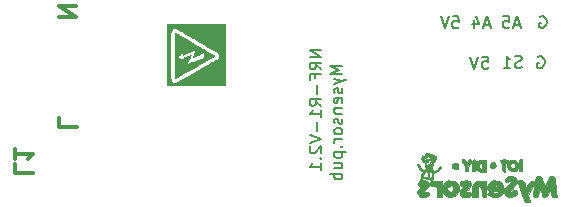
<source format=gbr>
G04 #@! TF.GenerationSoftware,KiCad,Pcbnew,(5.0.2)-1*
G04 #@! TF.CreationDate,2019-05-25T20:07:42+08:00*
G04 #@! TF.ProjectId,1RELAY,3152454c-4159-42e6-9b69-6361645f7063,rev?*
G04 #@! TF.SameCoordinates,Original*
G04 #@! TF.FileFunction,Legend,Bot*
G04 #@! TF.FilePolarity,Positive*
%FSLAX46Y46*%
G04 Gerber Fmt 4.6, Leading zero omitted, Abs format (unit mm)*
G04 Created by KiCad (PCBNEW (5.0.2)-1) date 2019-05-25 20:07:42*
%MOMM*%
%LPD*%
G01*
G04 APERTURE LIST*
%ADD10C,0.200000*%
%ADD11C,0.300000*%
%ADD12C,0.010000*%
G04 APERTURE END LIST*
D10*
X177164715Y-102260780D02*
X177259953Y-102213160D01*
X177402810Y-102213160D01*
X177545667Y-102260780D01*
X177640905Y-102356018D01*
X177688524Y-102451256D01*
X177736143Y-102641732D01*
X177736143Y-102784589D01*
X177688524Y-102975065D01*
X177640905Y-103070303D01*
X177545667Y-103165541D01*
X177402810Y-103213160D01*
X177307572Y-103213160D01*
X177164715Y-103165541D01*
X177117096Y-103117922D01*
X177117096Y-102784589D01*
X177307572Y-102784589D01*
X169804056Y-102228400D02*
X170280246Y-102228400D01*
X170327865Y-102704591D01*
X170280246Y-102656972D01*
X170185008Y-102609353D01*
X169946913Y-102609353D01*
X169851675Y-102656972D01*
X169804056Y-102704591D01*
X169756437Y-102799829D01*
X169756437Y-103037924D01*
X169804056Y-103133162D01*
X169851675Y-103180781D01*
X169946913Y-103228400D01*
X170185008Y-103228400D01*
X170280246Y-103180781D01*
X170327865Y-103133162D01*
X169470722Y-102228400D02*
X169137389Y-103228400D01*
X168804056Y-102228400D01*
X172898345Y-102917286D02*
X172422155Y-102917286D01*
X172993583Y-103203000D02*
X172660250Y-102203000D01*
X172326917Y-103203000D01*
X171565012Y-102536334D02*
X171565012Y-103203000D01*
X171803107Y-102155381D02*
X172041202Y-102869667D01*
X171422155Y-102869667D01*
X175456125Y-102917286D02*
X174979935Y-102917286D01*
X175551363Y-103203000D02*
X175218030Y-102203000D01*
X174884697Y-103203000D01*
X174075173Y-102203000D02*
X174551363Y-102203000D01*
X174598982Y-102679191D01*
X174551363Y-102631572D01*
X174456125Y-102583953D01*
X174218030Y-102583953D01*
X174122792Y-102631572D01*
X174075173Y-102679191D01*
X174027554Y-102774429D01*
X174027554Y-103012524D01*
X174075173Y-103107762D01*
X174122792Y-103155381D01*
X174218030Y-103203000D01*
X174456125Y-103203000D01*
X174551363Y-103155381D01*
X174598982Y-103107762D01*
X172278016Y-105652320D02*
X172754206Y-105652320D01*
X172801825Y-106128511D01*
X172754206Y-106080892D01*
X172658968Y-106033273D01*
X172420873Y-106033273D01*
X172325635Y-106080892D01*
X172278016Y-106128511D01*
X172230397Y-106223749D01*
X172230397Y-106461844D01*
X172278016Y-106557082D01*
X172325635Y-106604701D01*
X172420873Y-106652320D01*
X172658968Y-106652320D01*
X172754206Y-106604701D01*
X172801825Y-106557082D01*
X171944682Y-105652320D02*
X171611349Y-106652320D01*
X171278016Y-105652320D01*
X175618044Y-106523421D02*
X175475187Y-106571040D01*
X175237092Y-106571040D01*
X175141854Y-106523421D01*
X175094235Y-106475802D01*
X175046616Y-106380564D01*
X175046616Y-106285326D01*
X175094235Y-106190088D01*
X175141854Y-106142469D01*
X175237092Y-106094850D01*
X175427568Y-106047231D01*
X175522806Y-105999612D01*
X175570425Y-105951993D01*
X175618044Y-105856755D01*
X175618044Y-105761517D01*
X175570425Y-105666279D01*
X175522806Y-105618660D01*
X175427568Y-105571040D01*
X175189473Y-105571040D01*
X175046616Y-105618660D01*
X174094235Y-106571040D02*
X174665663Y-106571040D01*
X174379949Y-106571040D02*
X174379949Y-105571040D01*
X174475187Y-105713898D01*
X174570425Y-105809136D01*
X174665663Y-105856755D01*
X176994535Y-105659300D02*
X177089773Y-105611680D01*
X177232630Y-105611680D01*
X177375487Y-105659300D01*
X177470725Y-105754538D01*
X177518344Y-105849776D01*
X177565963Y-106040252D01*
X177565963Y-106183109D01*
X177518344Y-106373585D01*
X177470725Y-106468823D01*
X177375487Y-106564061D01*
X177232630Y-106611680D01*
X177137392Y-106611680D01*
X176994535Y-106564061D01*
X176946916Y-106516442D01*
X176946916Y-106183109D01*
X177137392Y-106183109D01*
X158671520Y-105102020D02*
X157671520Y-105102020D01*
X158671520Y-105673449D01*
X157671520Y-105673449D01*
X158671520Y-106721068D02*
X158195330Y-106387735D01*
X158671520Y-106149640D02*
X157671520Y-106149640D01*
X157671520Y-106530592D01*
X157719140Y-106625830D01*
X157766759Y-106673449D01*
X157861997Y-106721068D01*
X158004854Y-106721068D01*
X158100092Y-106673449D01*
X158147711Y-106625830D01*
X158195330Y-106530592D01*
X158195330Y-106149640D01*
X158147711Y-107482973D02*
X158147711Y-107149640D01*
X158671520Y-107149640D02*
X157671520Y-107149640D01*
X157671520Y-107625830D01*
X158290568Y-108006782D02*
X158290568Y-108768687D01*
X158671520Y-109816306D02*
X158195330Y-109482973D01*
X158671520Y-109244878D02*
X157671520Y-109244878D01*
X157671520Y-109625830D01*
X157719140Y-109721068D01*
X157766759Y-109768687D01*
X157861997Y-109816306D01*
X158004854Y-109816306D01*
X158100092Y-109768687D01*
X158147711Y-109721068D01*
X158195330Y-109625830D01*
X158195330Y-109244878D01*
X158671520Y-110768687D02*
X158671520Y-110197259D01*
X158671520Y-110482973D02*
X157671520Y-110482973D01*
X157814378Y-110387735D01*
X157909616Y-110292497D01*
X157957235Y-110197259D01*
X158290568Y-111197259D02*
X158290568Y-111959163D01*
X157671520Y-112292497D02*
X158671520Y-112625830D01*
X157671520Y-112959163D01*
X157766759Y-113244878D02*
X157719140Y-113292497D01*
X157671520Y-113387735D01*
X157671520Y-113625830D01*
X157719140Y-113721068D01*
X157766759Y-113768687D01*
X157861997Y-113816306D01*
X157957235Y-113816306D01*
X158100092Y-113768687D01*
X158671520Y-113197259D01*
X158671520Y-113816306D01*
X158576282Y-114244878D02*
X158623901Y-114292497D01*
X158671520Y-114244878D01*
X158623901Y-114197259D01*
X158576282Y-114244878D01*
X158671520Y-114244878D01*
X158671520Y-115244878D02*
X158671520Y-114673449D01*
X158671520Y-114959163D02*
X157671520Y-114959163D01*
X157814378Y-114863925D01*
X157909616Y-114768687D01*
X157957235Y-114673449D01*
X160436820Y-106451995D02*
X159436820Y-106451995D01*
X160151106Y-106785328D01*
X159436820Y-107118661D01*
X160436820Y-107118661D01*
X159770154Y-107499614D02*
X160436820Y-107737709D01*
X159770154Y-107975804D02*
X160436820Y-107737709D01*
X160674916Y-107642471D01*
X160722535Y-107594852D01*
X160770154Y-107499614D01*
X160389201Y-108309138D02*
X160436820Y-108404376D01*
X160436820Y-108594852D01*
X160389201Y-108690090D01*
X160293963Y-108737709D01*
X160246344Y-108737709D01*
X160151106Y-108690090D01*
X160103487Y-108594852D01*
X160103487Y-108451995D01*
X160055868Y-108356757D01*
X159960630Y-108309138D01*
X159913011Y-108309138D01*
X159817773Y-108356757D01*
X159770154Y-108451995D01*
X159770154Y-108594852D01*
X159817773Y-108690090D01*
X160389201Y-109547233D02*
X160436820Y-109451995D01*
X160436820Y-109261519D01*
X160389201Y-109166280D01*
X160293963Y-109118661D01*
X159913011Y-109118661D01*
X159817773Y-109166280D01*
X159770154Y-109261519D01*
X159770154Y-109451995D01*
X159817773Y-109547233D01*
X159913011Y-109594852D01*
X160008249Y-109594852D01*
X160103487Y-109118661D01*
X159770154Y-110023423D02*
X160436820Y-110023423D01*
X159865392Y-110023423D02*
X159817773Y-110071042D01*
X159770154Y-110166280D01*
X159770154Y-110309138D01*
X159817773Y-110404376D01*
X159913011Y-110451995D01*
X160436820Y-110451995D01*
X160389201Y-110880566D02*
X160436820Y-110975804D01*
X160436820Y-111166280D01*
X160389201Y-111261519D01*
X160293963Y-111309138D01*
X160246344Y-111309138D01*
X160151106Y-111261519D01*
X160103487Y-111166280D01*
X160103487Y-111023423D01*
X160055868Y-110928185D01*
X159960630Y-110880566D01*
X159913011Y-110880566D01*
X159817773Y-110928185D01*
X159770154Y-111023423D01*
X159770154Y-111166280D01*
X159817773Y-111261519D01*
X160436820Y-111880566D02*
X160389201Y-111785328D01*
X160341582Y-111737709D01*
X160246344Y-111690090D01*
X159960630Y-111690090D01*
X159865392Y-111737709D01*
X159817773Y-111785328D01*
X159770154Y-111880566D01*
X159770154Y-112023423D01*
X159817773Y-112118661D01*
X159865392Y-112166280D01*
X159960630Y-112213900D01*
X160246344Y-112213900D01*
X160341582Y-112166280D01*
X160389201Y-112118661D01*
X160436820Y-112023423D01*
X160436820Y-111880566D01*
X160436820Y-112642471D02*
X159770154Y-112642471D01*
X159960630Y-112642471D02*
X159865392Y-112690090D01*
X159817773Y-112737709D01*
X159770154Y-112832947D01*
X159770154Y-112928185D01*
X160341582Y-113261519D02*
X160389201Y-113309138D01*
X160436820Y-113261519D01*
X160389201Y-113213900D01*
X160341582Y-113261519D01*
X160436820Y-113261519D01*
X159770154Y-113737709D02*
X160770154Y-113737709D01*
X159817773Y-113737709D02*
X159770154Y-113832947D01*
X159770154Y-114023423D01*
X159817773Y-114118661D01*
X159865392Y-114166280D01*
X159960630Y-114213900D01*
X160246344Y-114213900D01*
X160341582Y-114166280D01*
X160389201Y-114118661D01*
X160436820Y-114023423D01*
X160436820Y-113832947D01*
X160389201Y-113737709D01*
X159770154Y-115071042D02*
X160436820Y-115071042D01*
X159770154Y-114642471D02*
X160293963Y-114642471D01*
X160389201Y-114690090D01*
X160436820Y-114785328D01*
X160436820Y-114928185D01*
X160389201Y-115023423D01*
X160341582Y-115071042D01*
X160436820Y-115547233D02*
X159436820Y-115547233D01*
X159817773Y-115547233D02*
X159770154Y-115642471D01*
X159770154Y-115832947D01*
X159817773Y-115928185D01*
X159865392Y-115975804D01*
X159960630Y-116023423D01*
X160246344Y-116023423D01*
X160341582Y-115975804D01*
X160389201Y-115928185D01*
X160436820Y-115832947D01*
X160436820Y-115642471D01*
X160389201Y-115547233D01*
D11*
X137937631Y-101387328D02*
X136437631Y-101387328D01*
X137937631Y-102244471D01*
X136437631Y-102244471D01*
X136496668Y-110871534D02*
X136496668Y-111585820D01*
X137996668Y-111585820D01*
X132762868Y-114763360D02*
X132762868Y-115477645D01*
X134262868Y-115477645D01*
X132762868Y-113477645D02*
X132762868Y-114334788D01*
X132762868Y-113906217D02*
X134262868Y-113906217D01*
X134048582Y-114049074D01*
X133905725Y-114191931D01*
X133834297Y-114334788D01*
D12*
G04 #@! TO.C,G\002A\002A\002A*
G36*
X145595340Y-102847140D02*
X145595340Y-108028740D01*
X146242234Y-108028740D01*
X146242234Y-107874749D01*
X146166155Y-107869208D01*
X146107430Y-107852983D01*
X146104199Y-107851385D01*
X146046323Y-107808789D01*
X145988191Y-107745287D01*
X145939025Y-107672488D01*
X145909216Y-107605926D01*
X145905137Y-107575680D01*
X145901380Y-107514195D01*
X145897944Y-107424097D01*
X145894830Y-107308012D01*
X145892040Y-107168567D01*
X145889573Y-107008387D01*
X145887431Y-106830099D01*
X145885613Y-106636330D01*
X145884122Y-106429704D01*
X145882956Y-106212848D01*
X145882117Y-105988388D01*
X145881605Y-105758951D01*
X145881422Y-105527163D01*
X145881567Y-105295649D01*
X145882042Y-105067037D01*
X145882847Y-104843951D01*
X145883982Y-104629019D01*
X145885449Y-104424866D01*
X145887247Y-104234118D01*
X145889378Y-104059402D01*
X145891842Y-103903344D01*
X145894640Y-103768570D01*
X145897772Y-103657706D01*
X145901240Y-103573378D01*
X145905043Y-103518212D01*
X145908226Y-103497174D01*
X145941647Y-103420561D01*
X145992310Y-103346007D01*
X146051963Y-103283686D01*
X146112356Y-103243773D01*
X146114469Y-103242870D01*
X146191401Y-103223944D01*
X146280932Y-103221595D01*
X146365998Y-103236060D01*
X146375980Y-103239235D01*
X146402495Y-103251698D01*
X146454939Y-103279390D01*
X146529999Y-103320458D01*
X146624362Y-103373047D01*
X146734715Y-103435302D01*
X146857746Y-103505371D01*
X146990141Y-103581398D01*
X147077007Y-103631601D01*
X147223794Y-103716643D01*
X147371759Y-103802366D01*
X147516095Y-103885984D01*
X147651998Y-103964714D01*
X147774660Y-104035772D01*
X147879277Y-104096373D01*
X147961044Y-104143735D01*
X147982940Y-104156417D01*
X148262395Y-104318305D01*
X148513916Y-104464097D01*
X148738906Y-104594616D01*
X148938769Y-104710685D01*
X149114909Y-104813128D01*
X149268728Y-104902768D01*
X149401630Y-104980428D01*
X149515019Y-105046931D01*
X149610298Y-105103102D01*
X149688871Y-105149763D01*
X149752140Y-105187738D01*
X149801510Y-105217849D01*
X149838383Y-105240921D01*
X149864163Y-105257776D01*
X149880253Y-105269239D01*
X149881600Y-105270291D01*
X149935437Y-105326428D01*
X149982600Y-105399544D01*
X150016700Y-105477484D01*
X150031354Y-105548096D01*
X150031502Y-105555565D01*
X150015108Y-105644709D01*
X149969890Y-105734709D01*
X149900183Y-105819542D01*
X149810324Y-105893183D01*
X149771033Y-105917410D01*
X149747294Y-105930994D01*
X149696193Y-105960364D01*
X149619702Y-106004385D01*
X149519796Y-106061918D01*
X149398446Y-106131827D01*
X149257626Y-106212976D01*
X149099307Y-106304226D01*
X148925464Y-106404442D01*
X148738069Y-106512485D01*
X148539095Y-106627220D01*
X148330515Y-106747508D01*
X148114301Y-106872214D01*
X148076074Y-106894263D01*
X147859049Y-107019333D01*
X147649468Y-107139892D01*
X147449287Y-107254828D01*
X147260461Y-107363027D01*
X147084945Y-107463376D01*
X146924693Y-107554763D01*
X146781661Y-107636075D01*
X146657803Y-107706199D01*
X146555075Y-107764022D01*
X146475430Y-107808431D01*
X146420825Y-107838313D01*
X146393214Y-107852556D01*
X146391207Y-107853393D01*
X146321855Y-107869509D01*
X146242234Y-107874749D01*
X146242234Y-108028740D01*
X150472140Y-108028740D01*
X150472140Y-102847140D01*
X145595340Y-102847140D01*
X145595340Y-102847140D01*
G37*
X145595340Y-102847140D02*
X145595340Y-108028740D01*
X146242234Y-108028740D01*
X146242234Y-107874749D01*
X146166155Y-107869208D01*
X146107430Y-107852983D01*
X146104199Y-107851385D01*
X146046323Y-107808789D01*
X145988191Y-107745287D01*
X145939025Y-107672488D01*
X145909216Y-107605926D01*
X145905137Y-107575680D01*
X145901380Y-107514195D01*
X145897944Y-107424097D01*
X145894830Y-107308012D01*
X145892040Y-107168567D01*
X145889573Y-107008387D01*
X145887431Y-106830099D01*
X145885613Y-106636330D01*
X145884122Y-106429704D01*
X145882956Y-106212848D01*
X145882117Y-105988388D01*
X145881605Y-105758951D01*
X145881422Y-105527163D01*
X145881567Y-105295649D01*
X145882042Y-105067037D01*
X145882847Y-104843951D01*
X145883982Y-104629019D01*
X145885449Y-104424866D01*
X145887247Y-104234118D01*
X145889378Y-104059402D01*
X145891842Y-103903344D01*
X145894640Y-103768570D01*
X145897772Y-103657706D01*
X145901240Y-103573378D01*
X145905043Y-103518212D01*
X145908226Y-103497174D01*
X145941647Y-103420561D01*
X145992310Y-103346007D01*
X146051963Y-103283686D01*
X146112356Y-103243773D01*
X146114469Y-103242870D01*
X146191401Y-103223944D01*
X146280932Y-103221595D01*
X146365998Y-103236060D01*
X146375980Y-103239235D01*
X146402495Y-103251698D01*
X146454939Y-103279390D01*
X146529999Y-103320458D01*
X146624362Y-103373047D01*
X146734715Y-103435302D01*
X146857746Y-103505371D01*
X146990141Y-103581398D01*
X147077007Y-103631601D01*
X147223794Y-103716643D01*
X147371759Y-103802366D01*
X147516095Y-103885984D01*
X147651998Y-103964714D01*
X147774660Y-104035772D01*
X147879277Y-104096373D01*
X147961044Y-104143735D01*
X147982940Y-104156417D01*
X148262395Y-104318305D01*
X148513916Y-104464097D01*
X148738906Y-104594616D01*
X148938769Y-104710685D01*
X149114909Y-104813128D01*
X149268728Y-104902768D01*
X149401630Y-104980428D01*
X149515019Y-105046931D01*
X149610298Y-105103102D01*
X149688871Y-105149763D01*
X149752140Y-105187738D01*
X149801510Y-105217849D01*
X149838383Y-105240921D01*
X149864163Y-105257776D01*
X149880253Y-105269239D01*
X149881600Y-105270291D01*
X149935437Y-105326428D01*
X149982600Y-105399544D01*
X150016700Y-105477484D01*
X150031354Y-105548096D01*
X150031502Y-105555565D01*
X150015108Y-105644709D01*
X149969890Y-105734709D01*
X149900183Y-105819542D01*
X149810324Y-105893183D01*
X149771033Y-105917410D01*
X149747294Y-105930994D01*
X149696193Y-105960364D01*
X149619702Y-106004385D01*
X149519796Y-106061918D01*
X149398446Y-106131827D01*
X149257626Y-106212976D01*
X149099307Y-106304226D01*
X148925464Y-106404442D01*
X148738069Y-106512485D01*
X148539095Y-106627220D01*
X148330515Y-106747508D01*
X148114301Y-106872214D01*
X148076074Y-106894263D01*
X147859049Y-107019333D01*
X147649468Y-107139892D01*
X147449287Y-107254828D01*
X147260461Y-107363027D01*
X147084945Y-107463376D01*
X146924693Y-107554763D01*
X146781661Y-107636075D01*
X146657803Y-107706199D01*
X146555075Y-107764022D01*
X146475430Y-107808431D01*
X146420825Y-107838313D01*
X146393214Y-107852556D01*
X146391207Y-107853393D01*
X146321855Y-107869509D01*
X146242234Y-107874749D01*
X146242234Y-108028740D01*
X150472140Y-108028740D01*
X150472140Y-102847140D01*
X145595340Y-102847140D01*
G36*
X149572398Y-105551975D02*
X149564039Y-105544148D01*
X149547303Y-105531983D01*
X149519892Y-105514102D01*
X149479511Y-105489128D01*
X149423865Y-105455681D01*
X149350657Y-105412384D01*
X149257592Y-105357860D01*
X149142374Y-105290728D01*
X149002707Y-105209613D01*
X148836295Y-105113135D01*
X148812674Y-105099449D01*
X148694561Y-105030999D01*
X148576442Y-104962518D01*
X148464306Y-104897477D01*
X148364141Y-104839352D01*
X148281934Y-104791615D01*
X148228474Y-104760536D01*
X148167888Y-104725353D01*
X148083847Y-104676660D01*
X147982238Y-104617860D01*
X147868946Y-104552358D01*
X147749857Y-104483558D01*
X147635807Y-104417722D01*
X147496175Y-104337093D01*
X147337891Y-104245594D01*
X147171582Y-104149374D01*
X147007875Y-104054583D01*
X146857398Y-103967371D01*
X146789141Y-103927774D01*
X146678870Y-103863846D01*
X146576645Y-103804708D01*
X146486560Y-103752720D01*
X146412709Y-103710240D01*
X146359188Y-103679628D01*
X146330090Y-103663241D01*
X146327707Y-103661955D01*
X146289607Y-103641816D01*
X146289607Y-105547411D01*
X146289674Y-105798388D01*
X146289868Y-106039702D01*
X146290180Y-106269216D01*
X146290603Y-106484793D01*
X146291128Y-106684295D01*
X146291745Y-106865586D01*
X146292447Y-107026529D01*
X146293225Y-107164987D01*
X146294070Y-107278822D01*
X146294974Y-107365898D01*
X146295928Y-107424078D01*
X146296924Y-107451223D01*
X146297256Y-107453007D01*
X146313886Y-107444961D01*
X146354171Y-107422900D01*
X146412547Y-107389937D01*
X146483455Y-107349186D01*
X146504689Y-107336867D01*
X146552748Y-107309027D01*
X146627270Y-107265987D01*
X146725355Y-107209418D01*
X146844100Y-107140991D01*
X146980604Y-107062376D01*
X147131965Y-106975246D01*
X147250444Y-106907070D01*
X147250444Y-106297775D01*
X147243835Y-106293420D01*
X147247275Y-106272802D01*
X147261825Y-106233438D01*
X147288550Y-106172849D01*
X147328512Y-106088551D01*
X147382774Y-105978063D01*
X147415444Y-105912533D01*
X147468080Y-105806607D01*
X147514907Y-105710964D01*
X147553997Y-105629658D01*
X147583424Y-105566740D01*
X147601259Y-105526263D01*
X147605775Y-105512330D01*
X147588811Y-105515755D01*
X147545795Y-105528726D01*
X147482523Y-105549270D01*
X147404790Y-105575415D01*
X147318392Y-105605187D01*
X147229125Y-105636614D01*
X147142784Y-105667722D01*
X147069667Y-105694836D01*
X147048323Y-105704374D01*
X147044368Y-105714962D01*
X147061061Y-105732361D01*
X147101660Y-105762331D01*
X147112000Y-105769677D01*
X147157585Y-105804191D01*
X147190485Y-105833158D01*
X147201971Y-105847472D01*
X147198890Y-105859134D01*
X147193504Y-105857160D01*
X147172851Y-105852785D01*
X147123761Y-105845654D01*
X147051491Y-105836429D01*
X146961299Y-105825775D01*
X146858442Y-105814354D01*
X146831474Y-105811468D01*
X146699648Y-105797335D01*
X146597848Y-105786003D01*
X146522400Y-105776903D01*
X146469632Y-105769465D01*
X146435869Y-105763122D01*
X146417439Y-105757303D01*
X146410668Y-105751439D01*
X146411171Y-105746349D01*
X146424412Y-105731355D01*
X146458225Y-105696489D01*
X146508898Y-105645481D01*
X146572716Y-105582063D01*
X146645967Y-105509967D01*
X146663325Y-105492974D01*
X146738372Y-105420102D01*
X146805360Y-105356060D01*
X146860499Y-105304386D01*
X146900001Y-105268621D01*
X146920080Y-105252304D01*
X146921558Y-105251674D01*
X146927381Y-105267133D01*
X146931522Y-105307634D01*
X146933074Y-105363552D01*
X146934891Y-105426200D01*
X146940933Y-105459469D01*
X146952084Y-105467683D01*
X146954241Y-105467026D01*
X146974527Y-105458688D01*
X147022204Y-105438955D01*
X147093394Y-105409436D01*
X147184216Y-105371740D01*
X147290793Y-105327479D01*
X147409244Y-105278260D01*
X147483407Y-105247433D01*
X147608000Y-105195754D01*
X147723880Y-105147912D01*
X147827000Y-105105561D01*
X147913313Y-105070355D01*
X147978771Y-105043947D01*
X148019326Y-105027992D01*
X148029739Y-105024211D01*
X148068071Y-105012178D01*
X148032182Y-105102293D01*
X147970367Y-105257929D01*
X147920462Y-105384583D01*
X147881574Y-105484627D01*
X147852811Y-105560431D01*
X147833282Y-105614369D01*
X147822094Y-105648810D01*
X147818354Y-105666127D01*
X147818943Y-105669054D01*
X147835498Y-105663796D01*
X147878431Y-105645057D01*
X147943903Y-105614657D01*
X148028078Y-105574414D01*
X148127118Y-105526144D01*
X148237186Y-105471667D01*
X148267045Y-105456756D01*
X148379453Y-105401035D01*
X148481971Y-105351203D01*
X148570739Y-105309058D01*
X148641894Y-105276398D01*
X148691575Y-105255022D01*
X148715920Y-105246727D01*
X148717618Y-105246929D01*
X148722388Y-105268058D01*
X148725645Y-105315126D01*
X148727392Y-105380240D01*
X148727634Y-105455506D01*
X148726373Y-105533031D01*
X148723614Y-105604921D01*
X148719361Y-105663283D01*
X148717409Y-105679872D01*
X148706810Y-105757197D01*
X147994597Y-106023310D01*
X147846328Y-106078632D01*
X147707101Y-106130430D01*
X147580274Y-106177466D01*
X147469209Y-106218501D01*
X147377263Y-106252295D01*
X147307798Y-106277610D01*
X147264172Y-106293205D01*
X147250444Y-106297775D01*
X147250444Y-106907070D01*
X147295281Y-106881269D01*
X147467651Y-106782118D01*
X147646172Y-106679462D01*
X147779740Y-106602679D01*
X147963907Y-106496811D01*
X148146301Y-106391938D01*
X148323730Y-106289897D01*
X148493003Y-106192525D01*
X148650926Y-106101660D01*
X148794307Y-106019139D01*
X148919954Y-105946797D01*
X149024674Y-105886474D01*
X149105275Y-105840004D01*
X149142874Y-105818298D01*
X149237219Y-105763829D01*
X149326395Y-105712423D01*
X149404373Y-105667552D01*
X149465121Y-105632686D01*
X149502610Y-105611294D01*
X149502707Y-105611239D01*
X149544505Y-105585026D01*
X149570467Y-105563817D01*
X149574674Y-105556842D01*
X149572398Y-105551975D01*
X149572398Y-105551975D01*
G37*
X149572398Y-105551975D02*
X149564039Y-105544148D01*
X149547303Y-105531983D01*
X149519892Y-105514102D01*
X149479511Y-105489128D01*
X149423865Y-105455681D01*
X149350657Y-105412384D01*
X149257592Y-105357860D01*
X149142374Y-105290728D01*
X149002707Y-105209613D01*
X148836295Y-105113135D01*
X148812674Y-105099449D01*
X148694561Y-105030999D01*
X148576442Y-104962518D01*
X148464306Y-104897477D01*
X148364141Y-104839352D01*
X148281934Y-104791615D01*
X148228474Y-104760536D01*
X148167888Y-104725353D01*
X148083847Y-104676660D01*
X147982238Y-104617860D01*
X147868946Y-104552358D01*
X147749857Y-104483558D01*
X147635807Y-104417722D01*
X147496175Y-104337093D01*
X147337891Y-104245594D01*
X147171582Y-104149374D01*
X147007875Y-104054583D01*
X146857398Y-103967371D01*
X146789141Y-103927774D01*
X146678870Y-103863846D01*
X146576645Y-103804708D01*
X146486560Y-103752720D01*
X146412709Y-103710240D01*
X146359188Y-103679628D01*
X146330090Y-103663241D01*
X146327707Y-103661955D01*
X146289607Y-103641816D01*
X146289607Y-105547411D01*
X146289674Y-105798388D01*
X146289868Y-106039702D01*
X146290180Y-106269216D01*
X146290603Y-106484793D01*
X146291128Y-106684295D01*
X146291745Y-106865586D01*
X146292447Y-107026529D01*
X146293225Y-107164987D01*
X146294070Y-107278822D01*
X146294974Y-107365898D01*
X146295928Y-107424078D01*
X146296924Y-107451223D01*
X146297256Y-107453007D01*
X146313886Y-107444961D01*
X146354171Y-107422900D01*
X146412547Y-107389937D01*
X146483455Y-107349186D01*
X146504689Y-107336867D01*
X146552748Y-107309027D01*
X146627270Y-107265987D01*
X146725355Y-107209418D01*
X146844100Y-107140991D01*
X146980604Y-107062376D01*
X147131965Y-106975246D01*
X147250444Y-106907070D01*
X147250444Y-106297775D01*
X147243835Y-106293420D01*
X147247275Y-106272802D01*
X147261825Y-106233438D01*
X147288550Y-106172849D01*
X147328512Y-106088551D01*
X147382774Y-105978063D01*
X147415444Y-105912533D01*
X147468080Y-105806607D01*
X147514907Y-105710964D01*
X147553997Y-105629658D01*
X147583424Y-105566740D01*
X147601259Y-105526263D01*
X147605775Y-105512330D01*
X147588811Y-105515755D01*
X147545795Y-105528726D01*
X147482523Y-105549270D01*
X147404790Y-105575415D01*
X147318392Y-105605187D01*
X147229125Y-105636614D01*
X147142784Y-105667722D01*
X147069667Y-105694836D01*
X147048323Y-105704374D01*
X147044368Y-105714962D01*
X147061061Y-105732361D01*
X147101660Y-105762331D01*
X147112000Y-105769677D01*
X147157585Y-105804191D01*
X147190485Y-105833158D01*
X147201971Y-105847472D01*
X147198890Y-105859134D01*
X147193504Y-105857160D01*
X147172851Y-105852785D01*
X147123761Y-105845654D01*
X147051491Y-105836429D01*
X146961299Y-105825775D01*
X146858442Y-105814354D01*
X146831474Y-105811468D01*
X146699648Y-105797335D01*
X146597848Y-105786003D01*
X146522400Y-105776903D01*
X146469632Y-105769465D01*
X146435869Y-105763122D01*
X146417439Y-105757303D01*
X146410668Y-105751439D01*
X146411171Y-105746349D01*
X146424412Y-105731355D01*
X146458225Y-105696489D01*
X146508898Y-105645481D01*
X146572716Y-105582063D01*
X146645967Y-105509967D01*
X146663325Y-105492974D01*
X146738372Y-105420102D01*
X146805360Y-105356060D01*
X146860499Y-105304386D01*
X146900001Y-105268621D01*
X146920080Y-105252304D01*
X146921558Y-105251674D01*
X146927381Y-105267133D01*
X146931522Y-105307634D01*
X146933074Y-105363552D01*
X146934891Y-105426200D01*
X146940933Y-105459469D01*
X146952084Y-105467683D01*
X146954241Y-105467026D01*
X146974527Y-105458688D01*
X147022204Y-105438955D01*
X147093394Y-105409436D01*
X147184216Y-105371740D01*
X147290793Y-105327479D01*
X147409244Y-105278260D01*
X147483407Y-105247433D01*
X147608000Y-105195754D01*
X147723880Y-105147912D01*
X147827000Y-105105561D01*
X147913313Y-105070355D01*
X147978771Y-105043947D01*
X148019326Y-105027992D01*
X148029739Y-105024211D01*
X148068071Y-105012178D01*
X148032182Y-105102293D01*
X147970367Y-105257929D01*
X147920462Y-105384583D01*
X147881574Y-105484627D01*
X147852811Y-105560431D01*
X147833282Y-105614369D01*
X147822094Y-105648810D01*
X147818354Y-105666127D01*
X147818943Y-105669054D01*
X147835498Y-105663796D01*
X147878431Y-105645057D01*
X147943903Y-105614657D01*
X148028078Y-105574414D01*
X148127118Y-105526144D01*
X148237186Y-105471667D01*
X148267045Y-105456756D01*
X148379453Y-105401035D01*
X148481971Y-105351203D01*
X148570739Y-105309058D01*
X148641894Y-105276398D01*
X148691575Y-105255022D01*
X148715920Y-105246727D01*
X148717618Y-105246929D01*
X148722388Y-105268058D01*
X148725645Y-105315126D01*
X148727392Y-105380240D01*
X148727634Y-105455506D01*
X148726373Y-105533031D01*
X148723614Y-105604921D01*
X148719361Y-105663283D01*
X148717409Y-105679872D01*
X148706810Y-105757197D01*
X147994597Y-106023310D01*
X147846328Y-106078632D01*
X147707101Y-106130430D01*
X147580274Y-106177466D01*
X147469209Y-106218501D01*
X147377263Y-106252295D01*
X147307798Y-106277610D01*
X147264172Y-106293205D01*
X147250444Y-106297775D01*
X147250444Y-106907070D01*
X147295281Y-106881269D01*
X147467651Y-106782118D01*
X147646172Y-106679462D01*
X147779740Y-106602679D01*
X147963907Y-106496811D01*
X148146301Y-106391938D01*
X148323730Y-106289897D01*
X148493003Y-106192525D01*
X148650926Y-106101660D01*
X148794307Y-106019139D01*
X148919954Y-105946797D01*
X149024674Y-105886474D01*
X149105275Y-105840004D01*
X149142874Y-105818298D01*
X149237219Y-105763829D01*
X149326395Y-105712423D01*
X149404373Y-105667552D01*
X149465121Y-105632686D01*
X149502610Y-105611294D01*
X149502707Y-105611239D01*
X149544505Y-105585026D01*
X149570467Y-105563817D01*
X149574674Y-105556842D01*
X149572398Y-105551975D01*
G36*
X167608696Y-114504617D02*
X167606980Y-114518736D01*
X167651930Y-114576089D01*
X167666050Y-114577805D01*
X167723403Y-114532855D01*
X167725119Y-114518736D01*
X167680169Y-114461382D01*
X167666050Y-114459666D01*
X167608696Y-114504617D01*
X167608696Y-114504617D01*
G37*
X167608696Y-114504617D02*
X167606980Y-114518736D01*
X167651930Y-114576089D01*
X167666050Y-114577805D01*
X167723403Y-114532855D01*
X167725119Y-114518736D01*
X167680169Y-114461382D01*
X167666050Y-114459666D01*
X167608696Y-114504617D01*
G36*
X170021456Y-114659026D02*
X169876626Y-114684987D01*
X169785663Y-114695943D01*
X169785177Y-114695945D01*
X169751008Y-114747895D01*
X169733935Y-114875628D01*
X169733491Y-114902689D01*
X169740644Y-115035060D01*
X169784811Y-115093887D01*
X169900050Y-115108971D01*
X169969770Y-115109433D01*
X170206050Y-115109433D01*
X170206050Y-114865771D01*
X170201396Y-114712447D01*
X170170513Y-114648831D01*
X170088019Y-114646494D01*
X170021456Y-114659026D01*
X170021456Y-114659026D01*
G37*
X170021456Y-114659026D02*
X169876626Y-114684987D01*
X169785663Y-114695943D01*
X169785177Y-114695945D01*
X169751008Y-114747895D01*
X169733935Y-114875628D01*
X169733491Y-114902689D01*
X169740644Y-115035060D01*
X169784811Y-115093887D01*
X169900050Y-115108971D01*
X169969770Y-115109433D01*
X170206050Y-115109433D01*
X170206050Y-114865771D01*
X170201396Y-114712447D01*
X170170513Y-114648831D01*
X170088019Y-114646494D01*
X170021456Y-114659026D01*
G36*
X173070302Y-114608615D02*
X173041398Y-114666410D01*
X173009502Y-114745018D01*
X172982329Y-114755015D01*
X172929849Y-114798066D01*
X172933896Y-114896840D01*
X172990197Y-115005763D01*
X173007644Y-115025048D01*
X173152710Y-115100294D01*
X173306975Y-115078049D01*
X173381050Y-115021075D01*
X173441428Y-114911363D01*
X173449838Y-114807388D01*
X173403705Y-114755546D01*
X173395817Y-114755015D01*
X173343411Y-114707171D01*
X173336747Y-114666410D01*
X173285398Y-114595147D01*
X173189073Y-114577805D01*
X173070302Y-114608615D01*
X173070302Y-114608615D01*
G37*
X173070302Y-114608615D02*
X173041398Y-114666410D01*
X173009502Y-114745018D01*
X172982329Y-114755015D01*
X172929849Y-114798066D01*
X172933896Y-114896840D01*
X172990197Y-115005763D01*
X173007644Y-115025048D01*
X173152710Y-115100294D01*
X173306975Y-115078049D01*
X173381050Y-115021075D01*
X173441428Y-114911363D01*
X173449838Y-114807388D01*
X173403705Y-114755546D01*
X173395817Y-114755015D01*
X173343411Y-114707171D01*
X173336747Y-114666410D01*
X173285398Y-114595147D01*
X173189073Y-114577805D01*
X173070302Y-114608615D01*
G36*
X171107873Y-114394820D02*
X171051386Y-114473221D01*
X170992622Y-114604915D01*
X170922141Y-114473221D01*
X170837654Y-114388699D01*
X170721634Y-114344090D01*
X170616112Y-114346152D01*
X170563123Y-114401645D01*
X170562312Y-114415364D01*
X170592599Y-114506968D01*
X170667015Y-114653090D01*
X170709683Y-114725480D01*
X170800016Y-114913703D01*
X170851201Y-115100896D01*
X170855514Y-115153736D01*
X170869659Y-115287889D01*
X170927696Y-115339795D01*
X170991630Y-115345712D01*
X171081943Y-115331020D01*
X171111579Y-115263961D01*
X171103942Y-115144410D01*
X171116872Y-114950612D01*
X171213330Y-114748354D01*
X171233943Y-114717210D01*
X171348365Y-114526667D01*
X171379068Y-114408210D01*
X171326481Y-114351001D01*
X171248797Y-114341526D01*
X171107873Y-114394820D01*
X171107873Y-114394820D01*
G37*
X171107873Y-114394820D02*
X171051386Y-114473221D01*
X170992622Y-114604915D01*
X170922141Y-114473221D01*
X170837654Y-114388699D01*
X170721634Y-114344090D01*
X170616112Y-114346152D01*
X170563123Y-114401645D01*
X170562312Y-114415364D01*
X170592599Y-114506968D01*
X170667015Y-114653090D01*
X170709683Y-114725480D01*
X170800016Y-114913703D01*
X170851201Y-115100896D01*
X170855514Y-115153736D01*
X170869659Y-115287889D01*
X170927696Y-115339795D01*
X170991630Y-115345712D01*
X171081943Y-115331020D01*
X171111579Y-115263961D01*
X171103942Y-115144410D01*
X171116872Y-114950612D01*
X171213330Y-114748354D01*
X171233943Y-114717210D01*
X171348365Y-114526667D01*
X171379068Y-114408210D01*
X171326481Y-114351001D01*
X171248797Y-114341526D01*
X171107873Y-114394820D01*
G36*
X175480353Y-114346136D02*
X175436709Y-114375560D01*
X175414054Y-114453186D01*
X175405507Y-114602405D01*
X175404189Y-114843619D01*
X175405545Y-115086756D01*
X175414199Y-115235144D01*
X175437030Y-115312173D01*
X175480918Y-115341232D01*
X175551863Y-115345712D01*
X175623374Y-115341102D01*
X175667018Y-115311679D01*
X175689673Y-115234053D01*
X175698220Y-115084834D01*
X175699538Y-114843619D01*
X175698182Y-114600483D01*
X175689528Y-114452095D01*
X175666697Y-114375066D01*
X175622809Y-114346007D01*
X175551863Y-114341526D01*
X175480353Y-114346136D01*
X175480353Y-114346136D01*
G37*
X175480353Y-114346136D02*
X175436709Y-114375560D01*
X175414054Y-114453186D01*
X175405507Y-114602405D01*
X175404189Y-114843619D01*
X175405545Y-115086756D01*
X175414199Y-115235144D01*
X175437030Y-115312173D01*
X175480918Y-115341232D01*
X175551863Y-115345712D01*
X175623374Y-115341102D01*
X175667018Y-115311679D01*
X175689673Y-115234053D01*
X175698220Y-115084834D01*
X175699538Y-114843619D01*
X175698182Y-114600483D01*
X175689528Y-114452095D01*
X175666697Y-114375066D01*
X175622809Y-114346007D01*
X175551863Y-114341526D01*
X175480353Y-114346136D01*
G36*
X171524725Y-114352275D02*
X171477585Y-114402515D01*
X171448007Y-114519243D01*
X171425395Y-114704610D01*
X171397725Y-114985452D01*
X171387944Y-115169396D01*
X171400498Y-115276914D01*
X171439835Y-115328480D01*
X171510403Y-115344569D01*
X171564654Y-115345712D01*
X171693370Y-115327955D01*
X171739370Y-115259646D01*
X171741863Y-115221029D01*
X171741863Y-115096345D01*
X171845236Y-115222619D01*
X171983980Y-115321422D01*
X172213794Y-115379280D01*
X172258724Y-115385066D01*
X172568840Y-115421238D01*
X172568840Y-114873154D01*
X172273491Y-114873154D01*
X172250585Y-115045236D01*
X172185128Y-115111611D01*
X172082014Y-115068675D01*
X172049026Y-115038550D01*
X171982273Y-114904452D01*
X172013800Y-114769113D01*
X172092399Y-114698023D01*
X172202085Y-114648143D01*
X172255267Y-114666470D01*
X172272239Y-114772630D01*
X172273491Y-114873154D01*
X172568840Y-114873154D01*
X172568840Y-114349830D01*
X172265588Y-114363761D01*
X172056222Y-114387649D01*
X171922641Y-114445225D01*
X171852099Y-114513828D01*
X171741863Y-114649963D01*
X171741863Y-114495745D01*
X171719173Y-114379410D01*
X171630964Y-114342364D01*
X171602604Y-114341526D01*
X171524725Y-114352275D01*
X171524725Y-114352275D01*
G37*
X171524725Y-114352275D02*
X171477585Y-114402515D01*
X171448007Y-114519243D01*
X171425395Y-114704610D01*
X171397725Y-114985452D01*
X171387944Y-115169396D01*
X171400498Y-115276914D01*
X171439835Y-115328480D01*
X171510403Y-115344569D01*
X171564654Y-115345712D01*
X171693370Y-115327955D01*
X171739370Y-115259646D01*
X171741863Y-115221029D01*
X171741863Y-115096345D01*
X171845236Y-115222619D01*
X171983980Y-115321422D01*
X172213794Y-115379280D01*
X172258724Y-115385066D01*
X172568840Y-115421238D01*
X172568840Y-114873154D01*
X172273491Y-114873154D01*
X172250585Y-115045236D01*
X172185128Y-115111611D01*
X172082014Y-115068675D01*
X172049026Y-115038550D01*
X171982273Y-114904452D01*
X172013800Y-114769113D01*
X172092399Y-114698023D01*
X172202085Y-114648143D01*
X172255267Y-114666470D01*
X172272239Y-114772630D01*
X172273491Y-114873154D01*
X172568840Y-114873154D01*
X172568840Y-114349830D01*
X172265588Y-114363761D01*
X172056222Y-114387649D01*
X171922641Y-114445225D01*
X171852099Y-114513828D01*
X171741863Y-114649963D01*
X171741863Y-114495745D01*
X171719173Y-114379410D01*
X171630964Y-114342364D01*
X171602604Y-114341526D01*
X171524725Y-114352275D01*
G36*
X173945623Y-114347051D02*
X173847416Y-114369940D01*
X173812050Y-114419663D01*
X173809305Y-114453346D01*
X173854319Y-114564995D01*
X173906043Y-114602288D01*
X173961152Y-114645546D01*
X173982219Y-114738507D01*
X173974477Y-114910999D01*
X173969361Y-114963221D01*
X173955633Y-115156700D01*
X173969707Y-115267475D01*
X174018294Y-115329081D01*
X174045949Y-115345908D01*
X174146466Y-115392005D01*
X174199232Y-115378310D01*
X174219565Y-115284762D01*
X174222794Y-115114265D01*
X174229822Y-114923701D01*
X174247631Y-114773136D01*
X174258648Y-114730311D01*
X174314739Y-114642121D01*
X174363929Y-114660523D01*
X174394872Y-114774052D01*
X174400003Y-114873154D01*
X174441772Y-115112370D01*
X174567078Y-115268049D01*
X174775921Y-115340191D01*
X174872561Y-115345712D01*
X175109605Y-115306255D01*
X175262976Y-115185011D01*
X175336765Y-114977668D01*
X175345119Y-114847907D01*
X175336782Y-114747967D01*
X175096449Y-114747967D01*
X175087196Y-114905968D01*
X175047692Y-114995177D01*
X174939808Y-115092751D01*
X174800001Y-115096269D01*
X174707166Y-115038550D01*
X174645776Y-114911229D01*
X174671017Y-114776644D01*
X174758712Y-114667572D01*
X174884687Y-114616790D01*
X174999833Y-114641763D01*
X175096449Y-114747967D01*
X175336782Y-114747967D01*
X175329510Y-114660801D01*
X175268847Y-114538116D01*
X175189479Y-114463953D01*
X174972826Y-114358342D01*
X174746919Y-114360826D01*
X174590356Y-114433481D01*
X174495539Y-114492413D01*
X174462400Y-114478543D01*
X174459073Y-114433481D01*
X174432765Y-114378538D01*
X174338041Y-114350132D01*
X174151204Y-114341557D01*
X174134189Y-114341526D01*
X173945623Y-114347051D01*
X173945623Y-114347051D01*
G37*
X173945623Y-114347051D02*
X173847416Y-114369940D01*
X173812050Y-114419663D01*
X173809305Y-114453346D01*
X173854319Y-114564995D01*
X173906043Y-114602288D01*
X173961152Y-114645546D01*
X173982219Y-114738507D01*
X173974477Y-114910999D01*
X173969361Y-114963221D01*
X173955633Y-115156700D01*
X173969707Y-115267475D01*
X174018294Y-115329081D01*
X174045949Y-115345908D01*
X174146466Y-115392005D01*
X174199232Y-115378310D01*
X174219565Y-115284762D01*
X174222794Y-115114265D01*
X174229822Y-114923701D01*
X174247631Y-114773136D01*
X174258648Y-114730311D01*
X174314739Y-114642121D01*
X174363929Y-114660523D01*
X174394872Y-114774052D01*
X174400003Y-114873154D01*
X174441772Y-115112370D01*
X174567078Y-115268049D01*
X174775921Y-115340191D01*
X174872561Y-115345712D01*
X175109605Y-115306255D01*
X175262976Y-115185011D01*
X175336765Y-114977668D01*
X175345119Y-114847907D01*
X175336782Y-114747967D01*
X175096449Y-114747967D01*
X175087196Y-114905968D01*
X175047692Y-114995177D01*
X174939808Y-115092751D01*
X174800001Y-115096269D01*
X174707166Y-115038550D01*
X174645776Y-114911229D01*
X174671017Y-114776644D01*
X174758712Y-114667572D01*
X174884687Y-114616790D01*
X174999833Y-114641763D01*
X175096449Y-114747967D01*
X175336782Y-114747967D01*
X175329510Y-114660801D01*
X175268847Y-114538116D01*
X175189479Y-114463953D01*
X174972826Y-114358342D01*
X174746919Y-114360826D01*
X174590356Y-114433481D01*
X174495539Y-114492413D01*
X174462400Y-114478543D01*
X174459073Y-114433481D01*
X174432765Y-114378538D01*
X174338041Y-114350132D01*
X174151204Y-114341557D01*
X174134189Y-114341526D01*
X173945623Y-114347051D01*
G36*
X167480277Y-113886914D02*
X167458522Y-113930507D01*
X167397492Y-114017953D01*
X167297931Y-114012295D01*
X167210637Y-113999628D01*
X167207684Y-114056401D01*
X167212237Y-114068896D01*
X167208814Y-114150039D01*
X167162103Y-114164317D01*
X167084692Y-114196805D01*
X167075352Y-114223387D01*
X167116242Y-114280780D01*
X167128892Y-114282457D01*
X167160395Y-114329088D01*
X167153667Y-114392450D01*
X167175004Y-114495779D01*
X167264918Y-114558305D01*
X167374055Y-114546174D01*
X167376031Y-114544976D01*
X167411060Y-114573604D01*
X167429110Y-114686603D01*
X167429770Y-114718508D01*
X167444842Y-114866624D01*
X167481720Y-114956279D01*
X167487631Y-114961011D01*
X167509875Y-115028917D01*
X167464767Y-115123674D01*
X167380893Y-115203196D01*
X167306577Y-115227573D01*
X167196575Y-115182741D01*
X167077321Y-115077928D01*
X166994661Y-114957656D01*
X166981771Y-114912133D01*
X166968386Y-114788014D01*
X166966209Y-114769782D01*
X166918113Y-114703855D01*
X166837605Y-114706290D01*
X166782852Y-114769605D01*
X166780003Y-114793741D01*
X166821002Y-114918897D01*
X166921890Y-115074506D01*
X167049505Y-115218231D01*
X167170683Y-115307737D01*
X167187829Y-115314380D01*
X167259818Y-115349053D01*
X167264019Y-115411213D01*
X167213985Y-115523298D01*
X167144405Y-115705006D01*
X167093682Y-115909052D01*
X167091895Y-115919823D01*
X167040926Y-116087070D01*
X166961931Y-116208531D01*
X166947639Y-116220341D01*
X166851208Y-116332369D01*
X166869872Y-116454995D01*
X166958434Y-116557748D01*
X167077795Y-116665768D01*
X166928899Y-116821182D01*
X166805369Y-117003713D01*
X166797397Y-117183598D01*
X166902430Y-117375653D01*
X167050899Y-117499900D01*
X167223468Y-117531294D01*
X167464491Y-117505604D01*
X167645165Y-117437035D01*
X167750075Y-117338334D01*
X167763811Y-117222251D01*
X167705844Y-117132284D01*
X167616007Y-117071665D01*
X167508322Y-117086577D01*
X167453854Y-117109541D01*
X167317116Y-117158281D01*
X167274417Y-117138361D01*
X167325265Y-117051975D01*
X167469164Y-116901314D01*
X167509323Y-116863423D01*
X167652606Y-116718700D01*
X167752041Y-116596683D01*
X167774347Y-116551074D01*
X167294108Y-116551074D01*
X167252561Y-116586178D01*
X167158308Y-116639305D01*
X167145751Y-116619296D01*
X167163956Y-116586178D01*
X167250223Y-116530016D01*
X167270815Y-116528012D01*
X167294108Y-116551074D01*
X167774347Y-116551074D01*
X167784189Y-116530953D01*
X167809407Y-116491966D01*
X167897807Y-116529620D01*
X167931603Y-116551040D01*
X168118785Y-116618013D01*
X168226064Y-116610723D01*
X168339743Y-116603601D01*
X168408590Y-116675338D01*
X168435906Y-116738980D01*
X168467308Y-116907498D01*
X168467707Y-117132566D01*
X168459523Y-117217719D01*
X168420344Y-117531294D01*
X168630408Y-117531294D01*
X168775497Y-117520071D01*
X168858653Y-117492507D01*
X168863102Y-117486992D01*
X168873710Y-117412952D01*
X168884735Y-117247287D01*
X168894702Y-117016496D01*
X168900722Y-116811324D01*
X168915713Y-116179959D01*
X168440185Y-116178914D01*
X168171829Y-116185389D01*
X167997250Y-116208802D01*
X167892815Y-116253010D01*
X167870747Y-116271779D01*
X167794418Y-116330339D01*
X167734035Y-116299867D01*
X167688559Y-116239654D01*
X167575060Y-116144969D01*
X167393851Y-116113814D01*
X167372881Y-116113619D01*
X167227023Y-116105944D01*
X167171055Y-116071383D01*
X167177119Y-115992639D01*
X167177250Y-115992139D01*
X167230459Y-115905750D01*
X167304627Y-115913582D01*
X167422266Y-115946545D01*
X167597496Y-115975777D01*
X167651282Y-115981940D01*
X167804601Y-116008605D01*
X167893428Y-116045598D01*
X167902329Y-116060498D01*
X167949719Y-116108763D01*
X167983550Y-116113619D01*
X168048912Y-116059872D01*
X168102394Y-115919885D01*
X168134059Y-115725544D01*
X168138577Y-115616748D01*
X168019449Y-115616748D01*
X168008561Y-115758480D01*
X167981088Y-115837961D01*
X167894629Y-115871314D01*
X167828720Y-115877340D01*
X167754536Y-115860159D01*
X167739841Y-115786584D01*
X167757163Y-115688710D01*
X167812163Y-115527755D01*
X167877796Y-115427071D01*
X167718170Y-115427071D01*
X167704996Y-115483451D01*
X167670675Y-115638719D01*
X167666050Y-115704962D01*
X167635159Y-115789154D01*
X167524033Y-115817660D01*
X167492326Y-115818271D01*
X167355853Y-115799982D01*
X167281942Y-115758952D01*
X167286649Y-115676224D01*
X167340806Y-115535328D01*
X167378866Y-115461952D01*
X167462003Y-115321764D01*
X167512465Y-115273022D01*
X167552639Y-115302651D01*
X167577553Y-115345914D01*
X167645187Y-115422304D01*
X167693298Y-115421402D01*
X167718170Y-115427071D01*
X167877796Y-115427071D01*
X167886277Y-115414061D01*
X167958761Y-115375153D01*
X167983901Y-115387905D01*
X168011351Y-115473568D01*
X168019449Y-115616748D01*
X168138577Y-115616748D01*
X168138608Y-115616009D01*
X168183329Y-115501240D01*
X168328673Y-115415980D01*
X168330584Y-115415257D01*
X168510323Y-115328208D01*
X168670604Y-115218105D01*
X168785158Y-115107265D01*
X168827713Y-115018005D01*
X168821954Y-114997838D01*
X168740799Y-114938449D01*
X168651942Y-114946948D01*
X168611166Y-115016541D01*
X168563509Y-115115846D01*
X168448753Y-115226130D01*
X168309219Y-115313828D01*
X168196115Y-115345712D01*
X168104800Y-115295325D01*
X168051230Y-115173491D01*
X168051124Y-115168503D01*
X167784189Y-115168503D01*
X167764035Y-115226037D01*
X167758140Y-115227573D01*
X167707708Y-115186181D01*
X167695584Y-115168503D01*
X167700268Y-115114071D01*
X167721633Y-115109433D01*
X167781785Y-115152313D01*
X167784189Y-115168503D01*
X168051124Y-115168503D01*
X168048042Y-115024207D01*
X168078108Y-114934895D01*
X168126147Y-114785434D01*
X168138608Y-114670293D01*
X168148678Y-114629642D01*
X168020468Y-114629642D01*
X167990880Y-114725017D01*
X167888603Y-114766618D01*
X167705367Y-114764187D01*
X167625334Y-114781707D01*
X167626570Y-114835441D01*
X167693535Y-114893888D01*
X167783624Y-114922820D01*
X167871472Y-114947912D01*
X167849432Y-114987279D01*
X167841250Y-114992535D01*
X167719693Y-115007718D01*
X167596638Y-114939018D01*
X167519989Y-114819171D01*
X167506337Y-114674643D01*
X167522393Y-114553294D01*
X167566561Y-114450213D01*
X167655080Y-114409417D01*
X167775825Y-114405260D01*
X167895026Y-114414951D01*
X167927784Y-114433371D01*
X167917096Y-114439717D01*
X167850818Y-114517424D01*
X167843259Y-114560426D01*
X167859185Y-114619074D01*
X167924787Y-114583620D01*
X167931863Y-114577805D01*
X167999757Y-114539758D01*
X168019982Y-114600984D01*
X168020468Y-114629642D01*
X168148678Y-114629642D01*
X168168749Y-114548619D01*
X168227212Y-114518736D01*
X168299283Y-114469115D01*
X168315817Y-114396713D01*
X168338847Y-114268682D01*
X168172919Y-114268682D01*
X168165024Y-114287502D01*
X168093312Y-114316768D01*
X168074493Y-114308873D01*
X168045227Y-114237161D01*
X168049654Y-114226605D01*
X167961398Y-114226605D01*
X167909862Y-114271624D01*
X167784189Y-114269857D01*
X167660599Y-114264404D01*
X167607042Y-114287184D01*
X167606980Y-114288356D01*
X167558467Y-114338711D01*
X167503608Y-114359878D01*
X167408685Y-114386107D01*
X167385468Y-114393744D01*
X167372392Y-114352258D01*
X167370701Y-114311992D01*
X167415820Y-114233630D01*
X167455086Y-114223387D01*
X167564212Y-114184491D01*
X167626429Y-114136429D01*
X167704754Y-114079616D01*
X167769171Y-114117336D01*
X167785016Y-114135779D01*
X167867847Y-114193075D01*
X167909022Y-114189715D01*
X167957335Y-114202442D01*
X167961398Y-114226605D01*
X168049654Y-114226605D01*
X168053121Y-114218342D01*
X168124833Y-114189076D01*
X168143653Y-114196970D01*
X168172919Y-114268682D01*
X168338847Y-114268682D01*
X168344250Y-114238650D01*
X168373698Y-114166539D01*
X168396330Y-114083453D01*
X168331449Y-114035563D01*
X168270917Y-114018065D01*
X168136508Y-113965050D01*
X168065362Y-113908587D01*
X168011669Y-113873249D01*
X167970952Y-113916067D01*
X167916107Y-113959058D01*
X167845579Y-113901299D01*
X167723625Y-113821926D01*
X167586031Y-113818325D01*
X167480277Y-113886914D01*
X167480277Y-113886914D01*
G37*
X167480277Y-113886914D02*
X167458522Y-113930507D01*
X167397492Y-114017953D01*
X167297931Y-114012295D01*
X167210637Y-113999628D01*
X167207684Y-114056401D01*
X167212237Y-114068896D01*
X167208814Y-114150039D01*
X167162103Y-114164317D01*
X167084692Y-114196805D01*
X167075352Y-114223387D01*
X167116242Y-114280780D01*
X167128892Y-114282457D01*
X167160395Y-114329088D01*
X167153667Y-114392450D01*
X167175004Y-114495779D01*
X167264918Y-114558305D01*
X167374055Y-114546174D01*
X167376031Y-114544976D01*
X167411060Y-114573604D01*
X167429110Y-114686603D01*
X167429770Y-114718508D01*
X167444842Y-114866624D01*
X167481720Y-114956279D01*
X167487631Y-114961011D01*
X167509875Y-115028917D01*
X167464767Y-115123674D01*
X167380893Y-115203196D01*
X167306577Y-115227573D01*
X167196575Y-115182741D01*
X167077321Y-115077928D01*
X166994661Y-114957656D01*
X166981771Y-114912133D01*
X166968386Y-114788014D01*
X166966209Y-114769782D01*
X166918113Y-114703855D01*
X166837605Y-114706290D01*
X166782852Y-114769605D01*
X166780003Y-114793741D01*
X166821002Y-114918897D01*
X166921890Y-115074506D01*
X167049505Y-115218231D01*
X167170683Y-115307737D01*
X167187829Y-115314380D01*
X167259818Y-115349053D01*
X167264019Y-115411213D01*
X167213985Y-115523298D01*
X167144405Y-115705006D01*
X167093682Y-115909052D01*
X167091895Y-115919823D01*
X167040926Y-116087070D01*
X166961931Y-116208531D01*
X166947639Y-116220341D01*
X166851208Y-116332369D01*
X166869872Y-116454995D01*
X166958434Y-116557748D01*
X167077795Y-116665768D01*
X166928899Y-116821182D01*
X166805369Y-117003713D01*
X166797397Y-117183598D01*
X166902430Y-117375653D01*
X167050899Y-117499900D01*
X167223468Y-117531294D01*
X167464491Y-117505604D01*
X167645165Y-117437035D01*
X167750075Y-117338334D01*
X167763811Y-117222251D01*
X167705844Y-117132284D01*
X167616007Y-117071665D01*
X167508322Y-117086577D01*
X167453854Y-117109541D01*
X167317116Y-117158281D01*
X167274417Y-117138361D01*
X167325265Y-117051975D01*
X167469164Y-116901314D01*
X167509323Y-116863423D01*
X167652606Y-116718700D01*
X167752041Y-116596683D01*
X167774347Y-116551074D01*
X167294108Y-116551074D01*
X167252561Y-116586178D01*
X167158308Y-116639305D01*
X167145751Y-116619296D01*
X167163956Y-116586178D01*
X167250223Y-116530016D01*
X167270815Y-116528012D01*
X167294108Y-116551074D01*
X167774347Y-116551074D01*
X167784189Y-116530953D01*
X167809407Y-116491966D01*
X167897807Y-116529620D01*
X167931603Y-116551040D01*
X168118785Y-116618013D01*
X168226064Y-116610723D01*
X168339743Y-116603601D01*
X168408590Y-116675338D01*
X168435906Y-116738980D01*
X168467308Y-116907498D01*
X168467707Y-117132566D01*
X168459523Y-117217719D01*
X168420344Y-117531294D01*
X168630408Y-117531294D01*
X168775497Y-117520071D01*
X168858653Y-117492507D01*
X168863102Y-117486992D01*
X168873710Y-117412952D01*
X168884735Y-117247287D01*
X168894702Y-117016496D01*
X168900722Y-116811324D01*
X168915713Y-116179959D01*
X168440185Y-116178914D01*
X168171829Y-116185389D01*
X167997250Y-116208802D01*
X167892815Y-116253010D01*
X167870747Y-116271779D01*
X167794418Y-116330339D01*
X167734035Y-116299867D01*
X167688559Y-116239654D01*
X167575060Y-116144969D01*
X167393851Y-116113814D01*
X167372881Y-116113619D01*
X167227023Y-116105944D01*
X167171055Y-116071383D01*
X167177119Y-115992639D01*
X167177250Y-115992139D01*
X167230459Y-115905750D01*
X167304627Y-115913582D01*
X167422266Y-115946545D01*
X167597496Y-115975777D01*
X167651282Y-115981940D01*
X167804601Y-116008605D01*
X167893428Y-116045598D01*
X167902329Y-116060498D01*
X167949719Y-116108763D01*
X167983550Y-116113619D01*
X168048912Y-116059872D01*
X168102394Y-115919885D01*
X168134059Y-115725544D01*
X168138577Y-115616748D01*
X168019449Y-115616748D01*
X168008561Y-115758480D01*
X167981088Y-115837961D01*
X167894629Y-115871314D01*
X167828720Y-115877340D01*
X167754536Y-115860159D01*
X167739841Y-115786584D01*
X167757163Y-115688710D01*
X167812163Y-115527755D01*
X167877796Y-115427071D01*
X167718170Y-115427071D01*
X167704996Y-115483451D01*
X167670675Y-115638719D01*
X167666050Y-115704962D01*
X167635159Y-115789154D01*
X167524033Y-115817660D01*
X167492326Y-115818271D01*
X167355853Y-115799982D01*
X167281942Y-115758952D01*
X167286649Y-115676224D01*
X167340806Y-115535328D01*
X167378866Y-115461952D01*
X167462003Y-115321764D01*
X167512465Y-115273022D01*
X167552639Y-115302651D01*
X167577553Y-115345914D01*
X167645187Y-115422304D01*
X167693298Y-115421402D01*
X167718170Y-115427071D01*
X167877796Y-115427071D01*
X167886277Y-115414061D01*
X167958761Y-115375153D01*
X167983901Y-115387905D01*
X168011351Y-115473568D01*
X168019449Y-115616748D01*
X168138577Y-115616748D01*
X168138608Y-115616009D01*
X168183329Y-115501240D01*
X168328673Y-115415980D01*
X168330584Y-115415257D01*
X168510323Y-115328208D01*
X168670604Y-115218105D01*
X168785158Y-115107265D01*
X168827713Y-115018005D01*
X168821954Y-114997838D01*
X168740799Y-114938449D01*
X168651942Y-114946948D01*
X168611166Y-115016541D01*
X168563509Y-115115846D01*
X168448753Y-115226130D01*
X168309219Y-115313828D01*
X168196115Y-115345712D01*
X168104800Y-115295325D01*
X168051230Y-115173491D01*
X168051124Y-115168503D01*
X167784189Y-115168503D01*
X167764035Y-115226037D01*
X167758140Y-115227573D01*
X167707708Y-115186181D01*
X167695584Y-115168503D01*
X167700268Y-115114071D01*
X167721633Y-115109433D01*
X167781785Y-115152313D01*
X167784189Y-115168503D01*
X168051124Y-115168503D01*
X168048042Y-115024207D01*
X168078108Y-114934895D01*
X168126147Y-114785434D01*
X168138608Y-114670293D01*
X168148678Y-114629642D01*
X168020468Y-114629642D01*
X167990880Y-114725017D01*
X167888603Y-114766618D01*
X167705367Y-114764187D01*
X167625334Y-114781707D01*
X167626570Y-114835441D01*
X167693535Y-114893888D01*
X167783624Y-114922820D01*
X167871472Y-114947912D01*
X167849432Y-114987279D01*
X167841250Y-114992535D01*
X167719693Y-115007718D01*
X167596638Y-114939018D01*
X167519989Y-114819171D01*
X167506337Y-114674643D01*
X167522393Y-114553294D01*
X167566561Y-114450213D01*
X167655080Y-114409417D01*
X167775825Y-114405260D01*
X167895026Y-114414951D01*
X167927784Y-114433371D01*
X167917096Y-114439717D01*
X167850818Y-114517424D01*
X167843259Y-114560426D01*
X167859185Y-114619074D01*
X167924787Y-114583620D01*
X167931863Y-114577805D01*
X167999757Y-114539758D01*
X168019982Y-114600984D01*
X168020468Y-114629642D01*
X168148678Y-114629642D01*
X168168749Y-114548619D01*
X168227212Y-114518736D01*
X168299283Y-114469115D01*
X168315817Y-114396713D01*
X168338847Y-114268682D01*
X168172919Y-114268682D01*
X168165024Y-114287502D01*
X168093312Y-114316768D01*
X168074493Y-114308873D01*
X168045227Y-114237161D01*
X168049654Y-114226605D01*
X167961398Y-114226605D01*
X167909862Y-114271624D01*
X167784189Y-114269857D01*
X167660599Y-114264404D01*
X167607042Y-114287184D01*
X167606980Y-114288356D01*
X167558467Y-114338711D01*
X167503608Y-114359878D01*
X167408685Y-114386107D01*
X167385468Y-114393744D01*
X167372392Y-114352258D01*
X167370701Y-114311992D01*
X167415820Y-114233630D01*
X167455086Y-114223387D01*
X167564212Y-114184491D01*
X167626429Y-114136429D01*
X167704754Y-114079616D01*
X167769171Y-114117336D01*
X167785016Y-114135779D01*
X167867847Y-114193075D01*
X167909022Y-114189715D01*
X167957335Y-114202442D01*
X167961398Y-114226605D01*
X168049654Y-114226605D01*
X168053121Y-114218342D01*
X168124833Y-114189076D01*
X168143653Y-114196970D01*
X168172919Y-114268682D01*
X168338847Y-114268682D01*
X168344250Y-114238650D01*
X168373698Y-114166539D01*
X168396330Y-114083453D01*
X168331449Y-114035563D01*
X168270917Y-114018065D01*
X168136508Y-113965050D01*
X168065362Y-113908587D01*
X168011669Y-113873249D01*
X167970952Y-113916067D01*
X167916107Y-113959058D01*
X167845579Y-113901299D01*
X167723625Y-113821926D01*
X167586031Y-113818325D01*
X167480277Y-113886914D01*
G36*
X169310041Y-116130992D02*
X169220700Y-116183769D01*
X169124909Y-116287757D01*
X169123840Y-116289027D01*
X169030121Y-116421153D01*
X168982231Y-116561103D01*
X168966242Y-116756616D01*
X168965584Y-116831533D01*
X168972761Y-117042501D01*
X169004075Y-117180509D01*
X169074200Y-117290357D01*
X169138250Y-117358628D01*
X169354525Y-117495167D01*
X169622165Y-117529626D01*
X169923232Y-117463384D01*
X170100063Y-117341723D01*
X170237505Y-117139382D01*
X170314677Y-116892360D01*
X170324189Y-116772114D01*
X170319843Y-116741210D01*
X169840053Y-116741210D01*
X169819944Y-116924122D01*
X169761997Y-117021792D01*
X169650726Y-117104751D01*
X169550198Y-117092652D01*
X169438143Y-116999666D01*
X169343315Y-116888211D01*
X169332966Y-116795795D01*
X169403508Y-116670553D01*
X169414319Y-116655018D01*
X169541911Y-116549198D01*
X169665366Y-116538503D01*
X169780736Y-116575284D01*
X169830788Y-116674525D01*
X169840053Y-116741210D01*
X170319843Y-116741210D01*
X170294080Y-116558032D01*
X170186407Y-116376092D01*
X170155761Y-116340467D01*
X170041145Y-116229675D01*
X169919895Y-116167737D01*
X169746894Y-116136123D01*
X169634713Y-116126457D01*
X169434268Y-116116272D01*
X169310041Y-116130992D01*
X169310041Y-116130992D01*
G37*
X169310041Y-116130992D02*
X169220700Y-116183769D01*
X169124909Y-116287757D01*
X169123840Y-116289027D01*
X169030121Y-116421153D01*
X168982231Y-116561103D01*
X168966242Y-116756616D01*
X168965584Y-116831533D01*
X168972761Y-117042501D01*
X169004075Y-117180509D01*
X169074200Y-117290357D01*
X169138250Y-117358628D01*
X169354525Y-117495167D01*
X169622165Y-117529626D01*
X169923232Y-117463384D01*
X170100063Y-117341723D01*
X170237505Y-117139382D01*
X170314677Y-116892360D01*
X170324189Y-116772114D01*
X170319843Y-116741210D01*
X169840053Y-116741210D01*
X169819944Y-116924122D01*
X169761997Y-117021792D01*
X169650726Y-117104751D01*
X169550198Y-117092652D01*
X169438143Y-116999666D01*
X169343315Y-116888211D01*
X169332966Y-116795795D01*
X169403508Y-116670553D01*
X169414319Y-116655018D01*
X169541911Y-116549198D01*
X169665366Y-116538503D01*
X169780736Y-116575284D01*
X169830788Y-116674525D01*
X169840053Y-116741210D01*
X170319843Y-116741210D01*
X170294080Y-116558032D01*
X170186407Y-116376092D01*
X170155761Y-116340467D01*
X170041145Y-116229675D01*
X169919895Y-116167737D01*
X169746894Y-116136123D01*
X169634713Y-116126457D01*
X169434268Y-116116272D01*
X169310041Y-116130992D01*
G36*
X170721032Y-116136177D02*
X170543448Y-116194680D01*
X170420010Y-116282927D01*
X170383259Y-116373628D01*
X170423603Y-116468261D01*
X170496485Y-116552196D01*
X170609748Y-116620629D01*
X170733527Y-116596107D01*
X170747531Y-116589680D01*
X170835445Y-116550486D01*
X170823617Y-116566152D01*
X170775581Y-116599739D01*
X170577578Y-116740968D01*
X170459978Y-116847487D01*
X170402310Y-116946079D01*
X170384100Y-117063522D01*
X170383259Y-117112938D01*
X170418573Y-117321914D01*
X170491282Y-117433534D01*
X170645532Y-117506018D01*
X170858950Y-117525870D01*
X171084837Y-117492899D01*
X171228607Y-117436549D01*
X171351876Y-117328400D01*
X171362834Y-117209742D01*
X171259925Y-117098305D01*
X171258383Y-117097330D01*
X171138664Y-117068018D01*
X171007426Y-117115700D01*
X170873604Y-117162677D01*
X170810705Y-117141890D01*
X170835937Y-117073345D01*
X170914771Y-117007976D01*
X171143780Y-116819223D01*
X171284567Y-116619745D01*
X171330602Y-116425855D01*
X171275358Y-116253864D01*
X171235551Y-116206443D01*
X171101395Y-116135329D01*
X170918451Y-116114150D01*
X170721032Y-116136177D01*
X170721032Y-116136177D01*
G37*
X170721032Y-116136177D02*
X170543448Y-116194680D01*
X170420010Y-116282927D01*
X170383259Y-116373628D01*
X170423603Y-116468261D01*
X170496485Y-116552196D01*
X170609748Y-116620629D01*
X170733527Y-116596107D01*
X170747531Y-116589680D01*
X170835445Y-116550486D01*
X170823617Y-116566152D01*
X170775581Y-116599739D01*
X170577578Y-116740968D01*
X170459978Y-116847487D01*
X170402310Y-116946079D01*
X170384100Y-117063522D01*
X170383259Y-117112938D01*
X170418573Y-117321914D01*
X170491282Y-117433534D01*
X170645532Y-117506018D01*
X170858950Y-117525870D01*
X171084837Y-117492899D01*
X171228607Y-117436549D01*
X171351876Y-117328400D01*
X171362834Y-117209742D01*
X171259925Y-117098305D01*
X171258383Y-117097330D01*
X171138664Y-117068018D01*
X171007426Y-117115700D01*
X170873604Y-117162677D01*
X170810705Y-117141890D01*
X170835937Y-117073345D01*
X170914771Y-117007976D01*
X171143780Y-116819223D01*
X171284567Y-116619745D01*
X171330602Y-116425855D01*
X171275358Y-116253864D01*
X171235551Y-116206443D01*
X171101395Y-116135329D01*
X170918451Y-116114150D01*
X170721032Y-116136177D01*
G36*
X171726501Y-116192659D02*
X171583369Y-116300855D01*
X171496838Y-116486879D01*
X171455254Y-116764235D01*
X171446515Y-117062581D01*
X171446515Y-117531294D01*
X171911590Y-117531294D01*
X171903090Y-117162108D01*
X171910998Y-116931935D01*
X171941203Y-116739305D01*
X171971667Y-116653123D01*
X172034682Y-116558956D01*
X172091200Y-116561248D01*
X172144431Y-116609011D01*
X172212102Y-116744824D01*
X172254059Y-116992537D01*
X172263470Y-117117995D01*
X172277575Y-117333736D01*
X172297376Y-117457239D01*
X172334942Y-117514231D01*
X172402344Y-117530440D01*
X172457367Y-117531294D01*
X172627910Y-117531294D01*
X172627910Y-116188864D01*
X172229189Y-116155728D01*
X171937889Y-116148784D01*
X171726501Y-116192659D01*
X171726501Y-116192659D01*
G37*
X171726501Y-116192659D02*
X171583369Y-116300855D01*
X171496838Y-116486879D01*
X171455254Y-116764235D01*
X171446515Y-117062581D01*
X171446515Y-117531294D01*
X171911590Y-117531294D01*
X171903090Y-117162108D01*
X171910998Y-116931935D01*
X171941203Y-116739305D01*
X171971667Y-116653123D01*
X172034682Y-116558956D01*
X172091200Y-116561248D01*
X172144431Y-116609011D01*
X172212102Y-116744824D01*
X172254059Y-116992537D01*
X172263470Y-117117995D01*
X172277575Y-117333736D01*
X172297376Y-117457239D01*
X172334942Y-117514231D01*
X172402344Y-117530440D01*
X172457367Y-117531294D01*
X172627910Y-117531294D01*
X172627910Y-116188864D01*
X172229189Y-116155728D01*
X171937889Y-116148784D01*
X171726501Y-116192659D01*
G36*
X173049454Y-116196560D02*
X172863238Y-116346374D01*
X172770931Y-116499599D01*
X172697120Y-116726185D01*
X172701862Y-116875366D01*
X172786773Y-116959391D01*
X172833613Y-116975148D01*
X172980246Y-117011950D01*
X172848380Y-117123767D01*
X172716515Y-117235584D01*
X172882250Y-117383439D01*
X173095248Y-117501274D01*
X173355223Y-117541935D01*
X173619829Y-117505567D01*
X173745803Y-117442689D01*
X173277677Y-117442689D01*
X173248143Y-117472224D01*
X173218608Y-117442689D01*
X173248143Y-117413154D01*
X173277677Y-117442689D01*
X173745803Y-117442689D01*
X173846722Y-117392317D01*
X173861834Y-117380059D01*
X173950941Y-117265480D01*
X173218608Y-117265480D01*
X173189073Y-117295015D01*
X173159538Y-117265480D01*
X173189073Y-117235945D01*
X173218608Y-117265480D01*
X173950941Y-117265480D01*
X174026164Y-117168756D01*
X174055002Y-117052719D01*
X173656022Y-117052719D01*
X173632096Y-117088271D01*
X173504043Y-117160604D01*
X173329499Y-117165788D01*
X173159042Y-117104013D01*
X173133480Y-117086392D01*
X173079906Y-117038177D01*
X173093654Y-117012120D01*
X173192392Y-117001522D01*
X173362225Y-116999666D01*
X173551372Y-117003360D01*
X173642602Y-117018844D01*
X173656022Y-117052719D01*
X174055002Y-117052719D01*
X174092235Y-116902904D01*
X174056179Y-116598997D01*
X174052474Y-116586178D01*
X173543491Y-116586178D01*
X173532986Y-116631649D01*
X173451341Y-116642010D01*
X173340219Y-116617262D01*
X173277677Y-116586178D01*
X173237020Y-116545010D01*
X173298664Y-116529242D01*
X173348029Y-116528012D01*
X173478825Y-116547161D01*
X173543491Y-116586178D01*
X174052474Y-116586178D01*
X174050010Y-116577655D01*
X173930559Y-116356234D01*
X173743801Y-116205768D01*
X173516713Y-116127903D01*
X173276272Y-116124284D01*
X173049454Y-116196560D01*
X173049454Y-116196560D01*
G37*
X173049454Y-116196560D02*
X172863238Y-116346374D01*
X172770931Y-116499599D01*
X172697120Y-116726185D01*
X172701862Y-116875366D01*
X172786773Y-116959391D01*
X172833613Y-116975148D01*
X172980246Y-117011950D01*
X172848380Y-117123767D01*
X172716515Y-117235584D01*
X172882250Y-117383439D01*
X173095248Y-117501274D01*
X173355223Y-117541935D01*
X173619829Y-117505567D01*
X173745803Y-117442689D01*
X173277677Y-117442689D01*
X173248143Y-117472224D01*
X173218608Y-117442689D01*
X173248143Y-117413154D01*
X173277677Y-117442689D01*
X173745803Y-117442689D01*
X173846722Y-117392317D01*
X173861834Y-117380059D01*
X173950941Y-117265480D01*
X173218608Y-117265480D01*
X173189073Y-117295015D01*
X173159538Y-117265480D01*
X173189073Y-117235945D01*
X173218608Y-117265480D01*
X173950941Y-117265480D01*
X174026164Y-117168756D01*
X174055002Y-117052719D01*
X173656022Y-117052719D01*
X173632096Y-117088271D01*
X173504043Y-117160604D01*
X173329499Y-117165788D01*
X173159042Y-117104013D01*
X173133480Y-117086392D01*
X173079906Y-117038177D01*
X173093654Y-117012120D01*
X173192392Y-117001522D01*
X173362225Y-116999666D01*
X173551372Y-117003360D01*
X173642602Y-117018844D01*
X173656022Y-117052719D01*
X174055002Y-117052719D01*
X174092235Y-116902904D01*
X174056179Y-116598997D01*
X174052474Y-116586178D01*
X173543491Y-116586178D01*
X173532986Y-116631649D01*
X173451341Y-116642010D01*
X173340219Y-116617262D01*
X173277677Y-116586178D01*
X173237020Y-116545010D01*
X173298664Y-116529242D01*
X173348029Y-116528012D01*
X173478825Y-116547161D01*
X173543491Y-116586178D01*
X174052474Y-116586178D01*
X174050010Y-116577655D01*
X173930559Y-116356234D01*
X173743801Y-116205768D01*
X173516713Y-116127903D01*
X173276272Y-116124284D01*
X173049454Y-116196560D01*
G36*
X174516956Y-115751207D02*
X174365922Y-115831320D01*
X174301557Y-115889866D01*
X174200938Y-115997764D01*
X174177363Y-116066680D01*
X174222953Y-116139758D01*
X174250300Y-116170448D01*
X174381517Y-116273663D01*
X174486170Y-116273402D01*
X174539504Y-116202224D01*
X174606473Y-116130512D01*
X174694817Y-116118305D01*
X174751443Y-116168348D01*
X174754422Y-116191116D01*
X174710569Y-116274002D01*
X174602245Y-116380147D01*
X174573681Y-116402239D01*
X174361509Y-116609491D01*
X174217710Y-116853087D01*
X174163955Y-117096194D01*
X174163945Y-117098751D01*
X174213792Y-117292498D01*
X174345534Y-117434038D01*
X174531705Y-117515855D01*
X174744837Y-117530429D01*
X174957465Y-117470243D01*
X175113384Y-117358628D01*
X175241146Y-117213915D01*
X175275351Y-117111359D01*
X175217606Y-117023107D01*
X175136178Y-116963260D01*
X175024378Y-116901390D01*
X174944604Y-116913546D01*
X174851790Y-116991433D01*
X174722625Y-117095858D01*
X174653697Y-117105934D01*
X174636282Y-117040712D01*
X174676404Y-116963584D01*
X174781665Y-116835038D01*
X174929406Y-116682701D01*
X174931631Y-116680566D01*
X175094098Y-116515099D01*
X175184126Y-116389628D01*
X175221517Y-116270336D01*
X175226980Y-116176117D01*
X175183428Y-115951112D01*
X175052122Y-115804588D01*
X174832086Y-115735685D01*
X174720028Y-115729666D01*
X174516956Y-115751207D01*
X174516956Y-115751207D01*
G37*
X174516956Y-115751207D02*
X174365922Y-115831320D01*
X174301557Y-115889866D01*
X174200938Y-115997764D01*
X174177363Y-116066680D01*
X174222953Y-116139758D01*
X174250300Y-116170448D01*
X174381517Y-116273663D01*
X174486170Y-116273402D01*
X174539504Y-116202224D01*
X174606473Y-116130512D01*
X174694817Y-116118305D01*
X174751443Y-116168348D01*
X174754422Y-116191116D01*
X174710569Y-116274002D01*
X174602245Y-116380147D01*
X174573681Y-116402239D01*
X174361509Y-116609491D01*
X174217710Y-116853087D01*
X174163955Y-117096194D01*
X174163945Y-117098751D01*
X174213792Y-117292498D01*
X174345534Y-117434038D01*
X174531705Y-117515855D01*
X174744837Y-117530429D01*
X174957465Y-117470243D01*
X175113384Y-117358628D01*
X175241146Y-117213915D01*
X175275351Y-117111359D01*
X175217606Y-117023107D01*
X175136178Y-116963260D01*
X175024378Y-116901390D01*
X174944604Y-116913546D01*
X174851790Y-116991433D01*
X174722625Y-117095858D01*
X174653697Y-117105934D01*
X174636282Y-117040712D01*
X174676404Y-116963584D01*
X174781665Y-116835038D01*
X174929406Y-116682701D01*
X174931631Y-116680566D01*
X175094098Y-116515099D01*
X175184126Y-116389628D01*
X175221517Y-116270336D01*
X175226980Y-116176117D01*
X175183428Y-115951112D01*
X175052122Y-115804588D01*
X174832086Y-115735685D01*
X174720028Y-115729666D01*
X174516956Y-115751207D01*
G36*
X176943376Y-115777867D02*
X176863785Y-115857627D01*
X176827642Y-115945225D01*
X176781174Y-116114962D01*
X176761889Y-116255341D01*
X176746434Y-116329668D01*
X176717587Y-116313017D01*
X176632799Y-116254079D01*
X176496980Y-116208968D01*
X176381414Y-116196488D01*
X176300559Y-116236384D01*
X176217634Y-116352162D01*
X176185100Y-116408291D01*
X176094447Y-116549424D01*
X176019818Y-116634234D01*
X175997704Y-116645247D01*
X175947803Y-116594713D01*
X175888603Y-116468907D01*
X175872768Y-116423736D01*
X175797974Y-116241782D01*
X175703413Y-116148774D01*
X175553221Y-116116617D01*
X175478026Y-116114524D01*
X175376016Y-116119856D01*
X175315827Y-116148574D01*
X175297953Y-116218031D01*
X175322889Y-116345575D01*
X175391130Y-116548558D01*
X175498479Y-116832157D01*
X175601341Y-117105355D01*
X175697742Y-117372125D01*
X175772685Y-117590546D01*
X175796116Y-117664201D01*
X175852239Y-117831131D01*
X175910062Y-117913845D01*
X176003188Y-117941877D01*
X176115315Y-117944782D01*
X176262484Y-117936634D01*
X176343718Y-117916302D01*
X176349305Y-117908408D01*
X176331068Y-117836016D01*
X176284588Y-117692014D01*
X176251036Y-117595351D01*
X176152768Y-117318669D01*
X176406603Y-116891401D01*
X176524141Y-116700201D01*
X176618598Y-116558933D01*
X176674888Y-116489673D01*
X176683092Y-116486786D01*
X176686518Y-116552075D01*
X176674087Y-116702261D01*
X176648477Y-116905564D01*
X176646835Y-116916995D01*
X176607939Y-117192878D01*
X176590504Y-117371744D01*
X176599848Y-117473609D01*
X176641291Y-117518486D01*
X176720150Y-117526391D01*
X176807096Y-117520092D01*
X176953454Y-117498323D01*
X177019324Y-117442135D01*
X177042349Y-117315755D01*
X177043958Y-117295015D01*
X177066392Y-117080935D01*
X177095637Y-116881526D01*
X177116304Y-116776684D01*
X177136165Y-116746160D01*
X177164855Y-116801391D01*
X177212011Y-116953816D01*
X177240900Y-117053954D01*
X177315393Y-117294340D01*
X177379915Y-117439735D01*
X177450005Y-117510501D01*
X177541203Y-117527001D01*
X177597725Y-117521528D01*
X177714614Y-117462536D01*
X177829828Y-117312458D01*
X177950543Y-117060656D01*
X178007573Y-116914025D01*
X178049339Y-116814570D01*
X178079720Y-116790715D01*
X178104587Y-116853850D01*
X178129811Y-117015365D01*
X178150664Y-117191643D01*
X178188969Y-117531294D01*
X178605946Y-117531294D01*
X178565124Y-117103038D01*
X178536682Y-116849353D01*
X178502418Y-116606640D01*
X178471968Y-116438503D01*
X178436644Y-116232922D01*
X178418681Y-116038841D01*
X178418191Y-116016567D01*
X178387281Y-115863047D01*
X178284652Y-115782384D01*
X178093436Y-115759201D01*
X177977631Y-115796907D01*
X177916283Y-115921643D01*
X177863507Y-116091675D01*
X177789799Y-116281603D01*
X177709883Y-116458867D01*
X177638483Y-116590905D01*
X177590322Y-116645156D01*
X177589070Y-116645247D01*
X177550154Y-116593533D01*
X177510799Y-116465486D01*
X177503123Y-116428159D01*
X177451600Y-116221388D01*
X177380071Y-116005762D01*
X177371995Y-115985136D01*
X177300410Y-115838082D01*
X177217937Y-115773437D01*
X177087042Y-115759201D01*
X176943376Y-115777867D01*
X176943376Y-115777867D01*
G37*
X176943376Y-115777867D02*
X176863785Y-115857627D01*
X176827642Y-115945225D01*
X176781174Y-116114962D01*
X176761889Y-116255341D01*
X176746434Y-116329668D01*
X176717587Y-116313017D01*
X176632799Y-116254079D01*
X176496980Y-116208968D01*
X176381414Y-116196488D01*
X176300559Y-116236384D01*
X176217634Y-116352162D01*
X176185100Y-116408291D01*
X176094447Y-116549424D01*
X176019818Y-116634234D01*
X175997704Y-116645247D01*
X175947803Y-116594713D01*
X175888603Y-116468907D01*
X175872768Y-116423736D01*
X175797974Y-116241782D01*
X175703413Y-116148774D01*
X175553221Y-116116617D01*
X175478026Y-116114524D01*
X175376016Y-116119856D01*
X175315827Y-116148574D01*
X175297953Y-116218031D01*
X175322889Y-116345575D01*
X175391130Y-116548558D01*
X175498479Y-116832157D01*
X175601341Y-117105355D01*
X175697742Y-117372125D01*
X175772685Y-117590546D01*
X175796116Y-117664201D01*
X175852239Y-117831131D01*
X175910062Y-117913845D01*
X176003188Y-117941877D01*
X176115315Y-117944782D01*
X176262484Y-117936634D01*
X176343718Y-117916302D01*
X176349305Y-117908408D01*
X176331068Y-117836016D01*
X176284588Y-117692014D01*
X176251036Y-117595351D01*
X176152768Y-117318669D01*
X176406603Y-116891401D01*
X176524141Y-116700201D01*
X176618598Y-116558933D01*
X176674888Y-116489673D01*
X176683092Y-116486786D01*
X176686518Y-116552075D01*
X176674087Y-116702261D01*
X176648477Y-116905564D01*
X176646835Y-116916995D01*
X176607939Y-117192878D01*
X176590504Y-117371744D01*
X176599848Y-117473609D01*
X176641291Y-117518486D01*
X176720150Y-117526391D01*
X176807096Y-117520092D01*
X176953454Y-117498323D01*
X177019324Y-117442135D01*
X177042349Y-117315755D01*
X177043958Y-117295015D01*
X177066392Y-117080935D01*
X177095637Y-116881526D01*
X177116304Y-116776684D01*
X177136165Y-116746160D01*
X177164855Y-116801391D01*
X177212011Y-116953816D01*
X177240900Y-117053954D01*
X177315393Y-117294340D01*
X177379915Y-117439735D01*
X177450005Y-117510501D01*
X177541203Y-117527001D01*
X177597725Y-117521528D01*
X177714614Y-117462536D01*
X177829828Y-117312458D01*
X177950543Y-117060656D01*
X178007573Y-116914025D01*
X178049339Y-116814570D01*
X178079720Y-116790715D01*
X178104587Y-116853850D01*
X178129811Y-117015365D01*
X178150664Y-117191643D01*
X178188969Y-117531294D01*
X178605946Y-117531294D01*
X178565124Y-117103038D01*
X178536682Y-116849353D01*
X178502418Y-116606640D01*
X178471968Y-116438503D01*
X178436644Y-116232922D01*
X178418681Y-116038841D01*
X178418191Y-116016567D01*
X178387281Y-115863047D01*
X178284652Y-115782384D01*
X178093436Y-115759201D01*
X177977631Y-115796907D01*
X177916283Y-115921643D01*
X177863507Y-116091675D01*
X177789799Y-116281603D01*
X177709883Y-116458867D01*
X177638483Y-116590905D01*
X177590322Y-116645156D01*
X177589070Y-116645247D01*
X177550154Y-116593533D01*
X177510799Y-116465486D01*
X177503123Y-116428159D01*
X177451600Y-116221388D01*
X177380071Y-116005762D01*
X177371995Y-115985136D01*
X177300410Y-115838082D01*
X177217937Y-115773437D01*
X177087042Y-115759201D01*
X176943376Y-115777867D01*
G04 #@! TD*
M02*

</source>
